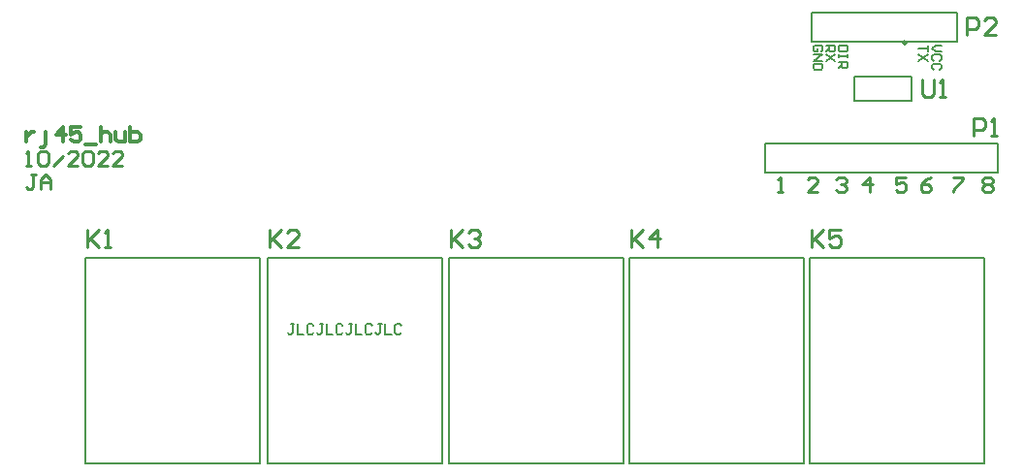
<source format=gto>
G04*
G04 #@! TF.GenerationSoftware,Altium Limited,CircuitStudio,1.5.2 (1.5.2.30)*
G04*
G04 Layer_Color=65535*
%FSLAX25Y25*%
%MOIN*%
G70*
G01*
G75*
%ADD21C,0.00984*%
%ADD22C,0.00787*%
%ADD23C,0.00630*%
%ADD24C,0.01000*%
%ADD25C,0.00709*%
%ADD26C,0.01181*%
D21*
X387020Y225197D02*
G03*
X387020Y225197I-492J0D01*
G01*
D22*
X418595Y180728D02*
Y190728D01*
X338595Y180728D02*
X418595D01*
X338595D02*
Y190728D01*
X418595D01*
X291772Y151429D02*
X351811D01*
Y80563D02*
Y151429D01*
X291772Y80563D02*
X351811D01*
X291772D02*
Y151429D01*
X229815D02*
X289854D01*
Y80563D02*
Y151429D01*
X229815Y80563D02*
X289854D01*
X229815D02*
Y151429D01*
X167358D02*
X227398D01*
Y80563D02*
Y151429D01*
X167358Y80563D02*
X227398D01*
X167358D02*
Y151429D01*
X104902D02*
X164941D01*
Y80563D02*
Y151429D01*
X104902Y80563D02*
X164941D01*
X104902D02*
Y151429D01*
X354343Y225610D02*
Y235610D01*
X404343D01*
X354343Y225610D02*
X404343D01*
Y235610D01*
X369185Y213484D02*
X388870D01*
X369185Y205217D02*
Y213484D01*
Y205217D02*
X388870D01*
Y213484D01*
X353728Y151429D02*
X413768D01*
Y80563D02*
Y151429D01*
X353728Y80563D02*
X413768D01*
X353728D02*
Y151429D01*
D23*
X176533Y128444D02*
X175418D01*
X175976D01*
Y125656D01*
X175418Y125098D01*
X174861D01*
X174303Y125656D01*
X177648Y128444D02*
Y125098D01*
X179879D01*
X183224Y127886D02*
X182667Y128444D01*
X181552D01*
X180994Y127886D01*
Y125656D01*
X181552Y125098D01*
X182667D01*
X183224Y125656D01*
X186569Y128444D02*
X185454D01*
X186012D01*
Y125656D01*
X185454Y125098D01*
X184897D01*
X184339Y125656D01*
X187685Y128444D02*
Y125098D01*
X189915D01*
X193260Y127886D02*
X192703Y128444D01*
X191588D01*
X191030Y127886D01*
Y125656D01*
X191588Y125098D01*
X192703D01*
X193260Y125656D01*
X196606Y128444D02*
X195491D01*
X196048D01*
Y125656D01*
X195491Y125098D01*
X194933D01*
X194375Y125656D01*
X197721Y128444D02*
Y125098D01*
X199951D01*
X203296Y127886D02*
X202739Y128444D01*
X201624D01*
X201066Y127886D01*
Y125656D01*
X201624Y125098D01*
X202739D01*
X203296Y125656D01*
X206642Y128444D02*
X205527D01*
X206084D01*
Y125656D01*
X205527Y125098D01*
X204969D01*
X204412Y125656D01*
X207757Y128444D02*
Y125098D01*
X209987D01*
X213333Y127886D02*
X212775Y128444D01*
X211660D01*
X211102Y127886D01*
Y125656D01*
X211660Y125098D01*
X212775D01*
X213333Y125656D01*
D24*
X392413Y212593D02*
Y207594D01*
X393413Y206594D01*
X395412D01*
X396412Y207594D01*
Y212593D01*
X398411Y206594D02*
X400411D01*
X399411D01*
Y212593D01*
X398411Y211593D01*
X407768Y227854D02*
Y233852D01*
X410767D01*
X411766Y232853D01*
Y230853D01*
X410767Y229854D01*
X407768D01*
X417765Y227854D02*
X413766D01*
X417765Y231853D01*
Y232853D01*
X416765Y233852D01*
X414765D01*
X413766Y232853D01*
X410130Y193209D02*
Y199207D01*
X413129D01*
X414129Y198207D01*
Y196208D01*
X413129Y195208D01*
X410130D01*
X416128Y193209D02*
X418127D01*
X417128D01*
Y199207D01*
X416128Y198207D01*
X354377Y160817D02*
Y154818D01*
Y156818D01*
X358376Y160817D01*
X355377Y157817D01*
X358376Y154818D01*
X364374Y160817D02*
X360375D01*
Y157817D01*
X362374Y158817D01*
X363374D01*
X364374Y157817D01*
Y155818D01*
X363374Y154818D01*
X361374D01*
X360375Y155818D01*
X292420Y160817D02*
Y154818D01*
Y156818D01*
X296419Y160817D01*
X293420Y157817D01*
X296419Y154818D01*
X301417D02*
Y160817D01*
X298418Y157817D01*
X302417D01*
X230463Y160817D02*
Y154818D01*
Y156818D01*
X234462Y160817D01*
X231463Y157817D01*
X234462Y154818D01*
X236461Y159817D02*
X237461Y160817D01*
X239460D01*
X240460Y159817D01*
Y158817D01*
X239460Y157817D01*
X238461D01*
X239460D01*
X240460Y156818D01*
Y155818D01*
X239460Y154818D01*
X237461D01*
X236461Y155818D01*
X168007Y160817D02*
Y154818D01*
Y156818D01*
X172005Y160817D01*
X169006Y157817D01*
X172005Y154818D01*
X178004D02*
X174005D01*
X178004Y158817D01*
Y159817D01*
X177004Y160817D01*
X175004D01*
X174005Y159817D01*
X105550Y160817D02*
Y154818D01*
Y156818D01*
X109549Y160817D01*
X106550Y157817D01*
X109549Y154818D01*
X111548D02*
X113547D01*
X112548D01*
Y160817D01*
X111548Y159817D01*
X342807Y173917D02*
X344513D01*
X343660D01*
Y179034D01*
X342807Y178181D01*
X356454Y173917D02*
X353043D01*
X356454Y177328D01*
Y178181D01*
X355602Y179034D01*
X353896D01*
X353043Y178181D01*
X362886Y178181D02*
X363739Y179034D01*
X365444D01*
X366297Y178181D01*
Y177328D01*
X365444Y176476D01*
X364591D01*
X365444D01*
X366297Y175623D01*
Y174770D01*
X365444Y173917D01*
X363739D01*
X362886Y174770D01*
X374499Y173917D02*
Y179034D01*
X371941Y176476D01*
X375352D01*
X386769Y179034D02*
X383358D01*
Y176476D01*
X385064Y177328D01*
X385916D01*
X386769Y176476D01*
Y174770D01*
X385916Y173917D01*
X384211D01*
X383358Y174770D01*
X395431Y179034D02*
X393725Y178181D01*
X392020Y176476D01*
Y174770D01*
X392872Y173917D01*
X394578D01*
X395431Y174770D01*
Y175623D01*
X394578Y176476D01*
X392020D01*
X403043Y179034D02*
X406454D01*
Y178181D01*
X403043Y174770D01*
Y173917D01*
X413279Y178181D02*
X414132Y179034D01*
X415838D01*
X416690Y178181D01*
Y177328D01*
X415838Y176476D01*
X416690Y175623D01*
Y174770D01*
X415838Y173917D01*
X414132D01*
X413279Y174770D01*
Y175623D01*
X414132Y176476D01*
X413279Y177328D01*
Y178181D01*
X414132Y176476D02*
X415838D01*
X87753Y179920D02*
X86048D01*
X86901D01*
Y175656D01*
X86048Y174803D01*
X85195D01*
X84342Y175656D01*
X89459Y174803D02*
Y178214D01*
X91164Y179920D01*
X92870Y178214D01*
Y174803D01*
Y177361D01*
X89459D01*
X84342Y182972D02*
X86048D01*
X85195D01*
Y188089D01*
X84342Y187236D01*
X88606D02*
X89459Y188089D01*
X91164D01*
X92017Y187236D01*
Y183825D01*
X91164Y182972D01*
X89459D01*
X88606Y183825D01*
Y187236D01*
X93723Y182972D02*
X97134Y186383D01*
X102250Y182972D02*
X98839D01*
X102250Y186383D01*
Y187236D01*
X101397Y188089D01*
X99692D01*
X98839Y187236D01*
X103956D02*
X104808Y188089D01*
X106514D01*
X107367Y187236D01*
Y183825D01*
X106514Y182972D01*
X104808D01*
X103956Y183825D01*
Y187236D01*
X112483Y182972D02*
X109072D01*
X112483Y186383D01*
Y187236D01*
X111630Y188089D01*
X109925D01*
X109072Y187236D01*
X117599Y182972D02*
X114189D01*
X117599Y186383D01*
Y187236D01*
X116747Y188089D01*
X115041D01*
X114189Y187236D01*
D25*
X357636Y222212D02*
X358160Y222737D01*
Y223786D01*
X357636Y224311D01*
X355537D01*
X355012Y223786D01*
Y222737D01*
X355537Y222212D01*
X356586D01*
Y223261D01*
X355012Y221162D02*
X358160D01*
X355012Y219063D01*
X358160D01*
Y218014D02*
X355012D01*
Y216440D01*
X355537Y215915D01*
X357636D01*
X358160Y216440D01*
Y218014D01*
X359343Y224311D02*
X362491D01*
Y222737D01*
X361966Y222212D01*
X360917D01*
X360392Y222737D01*
Y224311D01*
Y223261D02*
X359343Y222212D01*
X362491Y221162D02*
X359343Y219063D01*
X362491D02*
X359343Y221162D01*
X394381Y224311D02*
Y222212D01*
Y223261D01*
X391232D01*
X394381Y221162D02*
X391232Y219063D01*
X394381D02*
X391232Y221162D01*
X366822Y224311D02*
X363673D01*
Y222737D01*
X364198Y222212D01*
X366297D01*
X366822Y222737D01*
Y224311D01*
Y221162D02*
Y220113D01*
Y220638D01*
X363673D01*
Y221162D01*
Y220113D01*
Y218539D02*
X366822D01*
Y216964D01*
X366297Y216440D01*
X365248D01*
X364723Y216964D01*
Y218539D01*
Y217489D02*
X363673Y216440D01*
X399105Y224311D02*
X397006D01*
X395957Y223261D01*
X397006Y222212D01*
X399105D01*
X398581Y219063D02*
X399105Y219588D01*
Y220638D01*
X398581Y221162D01*
X396481D01*
X395957Y220638D01*
Y219588D01*
X396481Y219063D01*
X398581Y215915D02*
X399105Y216440D01*
Y217489D01*
X398581Y218014D01*
X396481D01*
X395957Y217489D01*
Y216440D01*
X396481Y215915D01*
D26*
X84450Y194553D02*
Y191142D01*
Y192847D01*
X85303Y193700D01*
X86156Y194553D01*
X87009D01*
X89567Y189436D02*
X90420D01*
X91272Y190289D01*
Y194553D01*
X97241Y191142D02*
Y196258D01*
X94683Y193700D01*
X98094D01*
X103211Y196258D02*
X99800D01*
Y193700D01*
X101505Y194553D01*
X102358D01*
X103211Y193700D01*
Y191995D01*
X102358Y191142D01*
X100653D01*
X99800Y191995D01*
X104916Y190289D02*
X108327D01*
X110033Y196258D02*
Y191142D01*
Y193700D01*
X110885Y194553D01*
X112591D01*
X113444Y193700D01*
Y191142D01*
X115149Y194553D02*
Y191995D01*
X116002Y191142D01*
X118560D01*
Y194553D01*
X120266Y196258D02*
Y191142D01*
X122824D01*
X123677Y191995D01*
Y192847D01*
Y193700D01*
X122824Y194553D01*
X120266D01*
M02*

</source>
